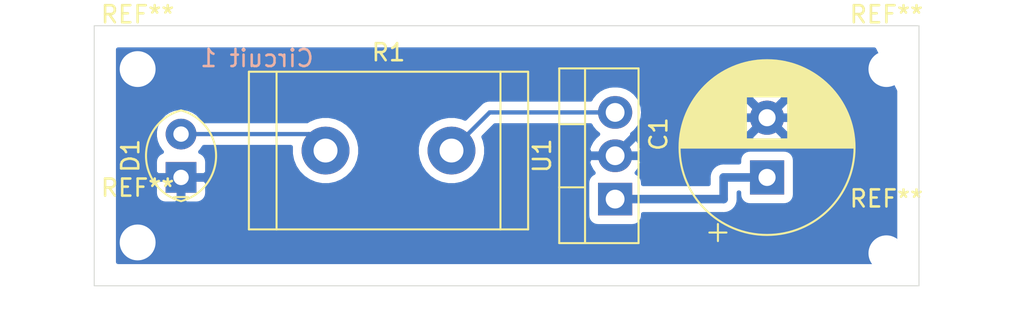
<source format=kicad_pcb>
(kicad_pcb (version 20171130) (host pcbnew "(5.1.5)-3")

  (general
    (thickness 1.6)
    (drawings 5)
    (tracks 15)
    (zones 0)
    (modules 8)
    (nets 5)
  )

  (page A4)
  (layers
    (0 F.Cu signal)
    (31 B.Cu signal)
    (32 B.Adhes user)
    (33 F.Adhes user)
    (34 B.Paste user)
    (35 F.Paste user)
    (36 B.SilkS user)
    (37 F.SilkS user)
    (38 B.Mask user)
    (39 F.Mask user)
    (40 Dwgs.User user)
    (41 Cmts.User user)
    (42 Eco1.User user)
    (43 Eco2.User user)
    (44 Edge.Cuts user)
    (45 Margin user)
    (46 B.CrtYd user)
    (47 F.CrtYd user)
    (48 B.Fab user)
    (49 F.Fab user)
  )

  (setup
    (last_trace_width 0.25)
    (trace_clearance 0.2)
    (zone_clearance 0.508)
    (zone_45_only no)
    (trace_min 0.2)
    (via_size 0.8)
    (via_drill 0.4)
    (via_min_size 0.4)
    (via_min_drill 0.3)
    (uvia_size 0.3)
    (uvia_drill 0.1)
    (uvias_allowed no)
    (uvia_min_size 0.2)
    (uvia_min_drill 0.1)
    (edge_width 0.05)
    (segment_width 0.2)
    (pcb_text_width 0.3)
    (pcb_text_size 1.5 1.5)
    (mod_edge_width 0.12)
    (mod_text_size 1 1)
    (mod_text_width 0.15)
    (pad_size 1.524 1.524)
    (pad_drill 0.762)
    (pad_to_mask_clearance 0.051)
    (solder_mask_min_width 0.25)
    (aux_axis_origin 0 0)
    (visible_elements FFFFFF7F)
    (pcbplotparams
      (layerselection 0x010fc_ffffffff)
      (usegerberextensions false)
      (usegerberattributes false)
      (usegerberadvancedattributes false)
      (creategerberjobfile false)
      (excludeedgelayer true)
      (linewidth 0.100000)
      (plotframeref false)
      (viasonmask false)
      (mode 1)
      (useauxorigin false)
      (hpglpennumber 1)
      (hpglpenspeed 20)
      (hpglpendiameter 15.000000)
      (psnegative false)
      (psa4output false)
      (plotreference true)
      (plotvalue true)
      (plotinvisibletext false)
      (padsonsilk false)
      (subtractmaskfromsilk false)
      (outputformat 1)
      (mirror false)
      (drillshape 1)
      (scaleselection 1)
      (outputdirectory ""))
  )

  (net 0 "")
  (net 1 +24V)
  (net 2 GND)
  (net 3 "Net-(D1-Pad2)")
  (net 4 "Net-(R1-Pad2)")

  (net_class Default "This is the default net class."
    (clearance 0.2)
    (trace_width 0.25)
    (via_dia 0.8)
    (via_drill 0.4)
    (uvia_dia 0.3)
    (uvia_drill 0.1)
    (add_net "Net-(D1-Pad2)")
    (add_net "Net-(R1-Pad2)")
  )

  (net_class PWR ""
    (clearance 0.3)
    (trace_width 0.5)
    (via_dia 0.8)
    (via_drill 0.4)
    (uvia_dia 0.3)
    (uvia_drill 0.1)
    (add_net +24V)
    (add_net GND)
  )

  (net_class home ""
    (clearance 0.4)
    (trace_width 0.3)
    (via_dia 0.8)
    (via_drill 0.4)
    (uvia_dia 0.3)
    (uvia_drill 0.1)
  )

  (module Capacitor_THT:CP_Radial_D10.0mm_P3.50mm (layer F.Cu) (tedit 5DED6F83) (tstamp 5DED5E59)
    (at 168.91 68.58 90)
    (descr "CP, Radial series, Radial, pin pitch=3.50mm, , diameter=10mm, Electrolytic Capacitor")
    (tags "CP Radial series Radial pin pitch 3.50mm  diameter 10mm Electrolytic Capacitor")
    (path /5DED6D79)
    (fp_text reference C1 (at 2.54 -6.35 90) (layer F.SilkS)
      (effects (font (size 1 1) (thickness 0.15)))
    )
    (fp_text value 400 (at 1.75 6.25 90) (layer F.Fab)
      (effects (font (size 1 1) (thickness 0.15)))
    )
    (fp_circle (center 1.75 0) (end 6.75 0) (layer F.Fab) (width 0.1))
    (fp_circle (center 1.75 0) (end 6.87 0) (layer F.SilkS) (width 0.12))
    (fp_circle (center 1.75 0) (end 7 0) (layer F.CrtYd) (width 0.05))
    (fp_line (start -2.538861 -2.1875) (end -1.538861 -2.1875) (layer F.Fab) (width 0.1))
    (fp_line (start -2.038861 -2.6875) (end -2.038861 -1.6875) (layer F.Fab) (width 0.1))
    (fp_line (start 1.75 -5.08) (end 1.75 5.08) (layer F.SilkS) (width 0.12))
    (fp_line (start 1.79 -5.08) (end 1.79 5.08) (layer F.SilkS) (width 0.12))
    (fp_line (start 1.83 -5.08) (end 1.83 5.08) (layer F.SilkS) (width 0.12))
    (fp_line (start 1.87 -5.079) (end 1.87 5.079) (layer F.SilkS) (width 0.12))
    (fp_line (start 1.91 -5.078) (end 1.91 5.078) (layer F.SilkS) (width 0.12))
    (fp_line (start 1.95 -5.077) (end 1.95 5.077) (layer F.SilkS) (width 0.12))
    (fp_line (start 1.99 -5.075) (end 1.99 5.075) (layer F.SilkS) (width 0.12))
    (fp_line (start 2.03 -5.073) (end 2.03 5.073) (layer F.SilkS) (width 0.12))
    (fp_line (start 2.07 -5.07) (end 2.07 5.07) (layer F.SilkS) (width 0.12))
    (fp_line (start 2.11 -5.068) (end 2.11 5.068) (layer F.SilkS) (width 0.12))
    (fp_line (start 2.15 -5.065) (end 2.15 5.065) (layer F.SilkS) (width 0.12))
    (fp_line (start 2.19 -5.062) (end 2.19 5.062) (layer F.SilkS) (width 0.12))
    (fp_line (start 2.23 -5.058) (end 2.23 5.058) (layer F.SilkS) (width 0.12))
    (fp_line (start 2.27 -5.054) (end 2.27 -1.241) (layer F.SilkS) (width 0.12))
    (fp_line (start 2.27 1.241) (end 2.27 5.054) (layer F.SilkS) (width 0.12))
    (fp_line (start 2.31 -5.05) (end 2.31 -1.241) (layer F.SilkS) (width 0.12))
    (fp_line (start 2.31 1.241) (end 2.31 5.05) (layer F.SilkS) (width 0.12))
    (fp_line (start 2.35 -5.045) (end 2.35 -1.241) (layer F.SilkS) (width 0.12))
    (fp_line (start 2.35 1.241) (end 2.35 5.045) (layer F.SilkS) (width 0.12))
    (fp_line (start 2.39 -5.04) (end 2.39 -1.241) (layer F.SilkS) (width 0.12))
    (fp_line (start 2.39 1.241) (end 2.39 5.04) (layer F.SilkS) (width 0.12))
    (fp_line (start 2.43 -5.035) (end 2.43 -1.241) (layer F.SilkS) (width 0.12))
    (fp_line (start 2.43 1.241) (end 2.43 5.035) (layer F.SilkS) (width 0.12))
    (fp_line (start 2.471 -5.03) (end 2.471 -1.241) (layer F.SilkS) (width 0.12))
    (fp_line (start 2.471 1.241) (end 2.471 5.03) (layer F.SilkS) (width 0.12))
    (fp_line (start 2.511 -5.024) (end 2.511 -1.241) (layer F.SilkS) (width 0.12))
    (fp_line (start 2.511 1.241) (end 2.511 5.024) (layer F.SilkS) (width 0.12))
    (fp_line (start 2.551 -5.018) (end 2.551 -1.241) (layer F.SilkS) (width 0.12))
    (fp_line (start 2.551 1.241) (end 2.551 5.018) (layer F.SilkS) (width 0.12))
    (fp_line (start 2.591 -5.011) (end 2.591 -1.241) (layer F.SilkS) (width 0.12))
    (fp_line (start 2.591 1.241) (end 2.591 5.011) (layer F.SilkS) (width 0.12))
    (fp_line (start 2.631 -5.004) (end 2.631 -1.241) (layer F.SilkS) (width 0.12))
    (fp_line (start 2.631 1.241) (end 2.631 5.004) (layer F.SilkS) (width 0.12))
    (fp_line (start 2.671 -4.997) (end 2.671 -1.241) (layer F.SilkS) (width 0.12))
    (fp_line (start 2.671 1.241) (end 2.671 4.997) (layer F.SilkS) (width 0.12))
    (fp_line (start 2.711 -4.99) (end 2.711 -1.241) (layer F.SilkS) (width 0.12))
    (fp_line (start 2.711 1.241) (end 2.711 4.99) (layer F.SilkS) (width 0.12))
    (fp_line (start 2.751 -4.982) (end 2.751 -1.241) (layer F.SilkS) (width 0.12))
    (fp_line (start 2.751 1.241) (end 2.751 4.982) (layer F.SilkS) (width 0.12))
    (fp_line (start 2.791 -4.974) (end 2.791 -1.241) (layer F.SilkS) (width 0.12))
    (fp_line (start 2.791 1.241) (end 2.791 4.974) (layer F.SilkS) (width 0.12))
    (fp_line (start 2.831 -4.965) (end 2.831 -1.241) (layer F.SilkS) (width 0.12))
    (fp_line (start 2.831 1.241) (end 2.831 4.965) (layer F.SilkS) (width 0.12))
    (fp_line (start 2.871 -4.956) (end 2.871 -1.241) (layer F.SilkS) (width 0.12))
    (fp_line (start 2.871 1.241) (end 2.871 4.956) (layer F.SilkS) (width 0.12))
    (fp_line (start 2.911 -4.947) (end 2.911 -1.241) (layer F.SilkS) (width 0.12))
    (fp_line (start 2.911 1.241) (end 2.911 4.947) (layer F.SilkS) (width 0.12))
    (fp_line (start 2.951 -4.938) (end 2.951 -1.241) (layer F.SilkS) (width 0.12))
    (fp_line (start 2.951 1.241) (end 2.951 4.938) (layer F.SilkS) (width 0.12))
    (fp_line (start 2.991 -4.928) (end 2.991 -1.241) (layer F.SilkS) (width 0.12))
    (fp_line (start 2.991 1.241) (end 2.991 4.928) (layer F.SilkS) (width 0.12))
    (fp_line (start 3.031 -4.918) (end 3.031 -1.241) (layer F.SilkS) (width 0.12))
    (fp_line (start 3.031 1.241) (end 3.031 4.918) (layer F.SilkS) (width 0.12))
    (fp_line (start 3.071 -4.907) (end 3.071 -1.241) (layer F.SilkS) (width 0.12))
    (fp_line (start 3.071 1.241) (end 3.071 4.907) (layer F.SilkS) (width 0.12))
    (fp_line (start 3.111 -4.897) (end 3.111 -1.241) (layer F.SilkS) (width 0.12))
    (fp_line (start 3.111 1.241) (end 3.111 4.897) (layer F.SilkS) (width 0.12))
    (fp_line (start 3.151 -4.885) (end 3.151 -1.241) (layer F.SilkS) (width 0.12))
    (fp_line (start 3.151 1.241) (end 3.151 4.885) (layer F.SilkS) (width 0.12))
    (fp_line (start 3.191 -4.874) (end 3.191 -1.241) (layer F.SilkS) (width 0.12))
    (fp_line (start 3.191 1.241) (end 3.191 4.874) (layer F.SilkS) (width 0.12))
    (fp_line (start 3.231 -4.862) (end 3.231 -1.241) (layer F.SilkS) (width 0.12))
    (fp_line (start 3.231 1.241) (end 3.231 4.862) (layer F.SilkS) (width 0.12))
    (fp_line (start 3.271 -4.85) (end 3.271 -1.241) (layer F.SilkS) (width 0.12))
    (fp_line (start 3.271 1.241) (end 3.271 4.85) (layer F.SilkS) (width 0.12))
    (fp_line (start 3.311 -4.837) (end 3.311 -1.241) (layer F.SilkS) (width 0.12))
    (fp_line (start 3.311 1.241) (end 3.311 4.837) (layer F.SilkS) (width 0.12))
    (fp_line (start 3.351 -4.824) (end 3.351 -1.241) (layer F.SilkS) (width 0.12))
    (fp_line (start 3.351 1.241) (end 3.351 4.824) (layer F.SilkS) (width 0.12))
    (fp_line (start 3.391 -4.811) (end 3.391 -1.241) (layer F.SilkS) (width 0.12))
    (fp_line (start 3.391 1.241) (end 3.391 4.811) (layer F.SilkS) (width 0.12))
    (fp_line (start 3.431 -4.797) (end 3.431 -1.241) (layer F.SilkS) (width 0.12))
    (fp_line (start 3.431 1.241) (end 3.431 4.797) (layer F.SilkS) (width 0.12))
    (fp_line (start 3.471 -4.783) (end 3.471 -1.241) (layer F.SilkS) (width 0.12))
    (fp_line (start 3.471 1.241) (end 3.471 4.783) (layer F.SilkS) (width 0.12))
    (fp_line (start 3.511 -4.768) (end 3.511 -1.241) (layer F.SilkS) (width 0.12))
    (fp_line (start 3.511 1.241) (end 3.511 4.768) (layer F.SilkS) (width 0.12))
    (fp_line (start 3.551 -4.754) (end 3.551 -1.241) (layer F.SilkS) (width 0.12))
    (fp_line (start 3.551 1.241) (end 3.551 4.754) (layer F.SilkS) (width 0.12))
    (fp_line (start 3.591 -4.738) (end 3.591 -1.241) (layer F.SilkS) (width 0.12))
    (fp_line (start 3.591 1.241) (end 3.591 4.738) (layer F.SilkS) (width 0.12))
    (fp_line (start 3.631 -4.723) (end 3.631 -1.241) (layer F.SilkS) (width 0.12))
    (fp_line (start 3.631 1.241) (end 3.631 4.723) (layer F.SilkS) (width 0.12))
    (fp_line (start 3.671 -4.707) (end 3.671 -1.241) (layer F.SilkS) (width 0.12))
    (fp_line (start 3.671 1.241) (end 3.671 4.707) (layer F.SilkS) (width 0.12))
    (fp_line (start 3.711 -4.69) (end 3.711 -1.241) (layer F.SilkS) (width 0.12))
    (fp_line (start 3.711 1.241) (end 3.711 4.69) (layer F.SilkS) (width 0.12))
    (fp_line (start 3.751 -4.674) (end 3.751 -1.241) (layer F.SilkS) (width 0.12))
    (fp_line (start 3.751 1.241) (end 3.751 4.674) (layer F.SilkS) (width 0.12))
    (fp_line (start 3.791 -4.657) (end 3.791 -1.241) (layer F.SilkS) (width 0.12))
    (fp_line (start 3.791 1.241) (end 3.791 4.657) (layer F.SilkS) (width 0.12))
    (fp_line (start 3.831 -4.639) (end 3.831 -1.241) (layer F.SilkS) (width 0.12))
    (fp_line (start 3.831 1.241) (end 3.831 4.639) (layer F.SilkS) (width 0.12))
    (fp_line (start 3.871 -4.621) (end 3.871 -1.241) (layer F.SilkS) (width 0.12))
    (fp_line (start 3.871 1.241) (end 3.871 4.621) (layer F.SilkS) (width 0.12))
    (fp_line (start 3.911 -4.603) (end 3.911 -1.241) (layer F.SilkS) (width 0.12))
    (fp_line (start 3.911 1.241) (end 3.911 4.603) (layer F.SilkS) (width 0.12))
    (fp_line (start 3.951 -4.584) (end 3.951 -1.241) (layer F.SilkS) (width 0.12))
    (fp_line (start 3.951 1.241) (end 3.951 4.584) (layer F.SilkS) (width 0.12))
    (fp_line (start 3.991 -4.564) (end 3.991 -1.241) (layer F.SilkS) (width 0.12))
    (fp_line (start 3.991 1.241) (end 3.991 4.564) (layer F.SilkS) (width 0.12))
    (fp_line (start 4.031 -4.545) (end 4.031 -1.241) (layer F.SilkS) (width 0.12))
    (fp_line (start 4.031 1.241) (end 4.031 4.545) (layer F.SilkS) (width 0.12))
    (fp_line (start 4.071 -4.525) (end 4.071 -1.241) (layer F.SilkS) (width 0.12))
    (fp_line (start 4.071 1.241) (end 4.071 4.525) (layer F.SilkS) (width 0.12))
    (fp_line (start 4.111 -4.504) (end 4.111 -1.241) (layer F.SilkS) (width 0.12))
    (fp_line (start 4.111 1.241) (end 4.111 4.504) (layer F.SilkS) (width 0.12))
    (fp_line (start 4.151 -4.483) (end 4.151 -1.241) (layer F.SilkS) (width 0.12))
    (fp_line (start 4.151 1.241) (end 4.151 4.483) (layer F.SilkS) (width 0.12))
    (fp_line (start 4.191 -4.462) (end 4.191 -1.241) (layer F.SilkS) (width 0.12))
    (fp_line (start 4.191 1.241) (end 4.191 4.462) (layer F.SilkS) (width 0.12))
    (fp_line (start 4.231 -4.44) (end 4.231 -1.241) (layer F.SilkS) (width 0.12))
    (fp_line (start 4.231 1.241) (end 4.231 4.44) (layer F.SilkS) (width 0.12))
    (fp_line (start 4.271 -4.417) (end 4.271 -1.241) (layer F.SilkS) (width 0.12))
    (fp_line (start 4.271 1.241) (end 4.271 4.417) (layer F.SilkS) (width 0.12))
    (fp_line (start 4.311 -4.395) (end 4.311 -1.241) (layer F.SilkS) (width 0.12))
    (fp_line (start 4.311 1.241) (end 4.311 4.395) (layer F.SilkS) (width 0.12))
    (fp_line (start 4.351 -4.371) (end 4.351 -1.241) (layer F.SilkS) (width 0.12))
    (fp_line (start 4.351 1.241) (end 4.351 4.371) (layer F.SilkS) (width 0.12))
    (fp_line (start 4.391 -4.347) (end 4.391 -1.241) (layer F.SilkS) (width 0.12))
    (fp_line (start 4.391 1.241) (end 4.391 4.347) (layer F.SilkS) (width 0.12))
    (fp_line (start 4.431 -4.323) (end 4.431 -1.241) (layer F.SilkS) (width 0.12))
    (fp_line (start 4.431 1.241) (end 4.431 4.323) (layer F.SilkS) (width 0.12))
    (fp_line (start 4.471 -4.298) (end 4.471 -1.241) (layer F.SilkS) (width 0.12))
    (fp_line (start 4.471 1.241) (end 4.471 4.298) (layer F.SilkS) (width 0.12))
    (fp_line (start 4.511 -4.273) (end 4.511 -1.241) (layer F.SilkS) (width 0.12))
    (fp_line (start 4.511 1.241) (end 4.511 4.273) (layer F.SilkS) (width 0.12))
    (fp_line (start 4.551 -4.247) (end 4.551 -1.241) (layer F.SilkS) (width 0.12))
    (fp_line (start 4.551 1.241) (end 4.551 4.247) (layer F.SilkS) (width 0.12))
    (fp_line (start 4.591 -4.221) (end 4.591 -1.241) (layer F.SilkS) (width 0.12))
    (fp_line (start 4.591 1.241) (end 4.591 4.221) (layer F.SilkS) (width 0.12))
    (fp_line (start 4.631 -4.194) (end 4.631 -1.241) (layer F.SilkS) (width 0.12))
    (fp_line (start 4.631 1.241) (end 4.631 4.194) (layer F.SilkS) (width 0.12))
    (fp_line (start 4.671 -4.166) (end 4.671 -1.241) (layer F.SilkS) (width 0.12))
    (fp_line (start 4.671 1.241) (end 4.671 4.166) (layer F.SilkS) (width 0.12))
    (fp_line (start 4.711 -4.138) (end 4.711 -1.241) (layer F.SilkS) (width 0.12))
    (fp_line (start 4.711 1.241) (end 4.711 4.138) (layer F.SilkS) (width 0.12))
    (fp_line (start 4.751 -4.11) (end 4.751 4.11) (layer F.SilkS) (width 0.12))
    (fp_line (start 4.791 -4.08) (end 4.791 4.08) (layer F.SilkS) (width 0.12))
    (fp_line (start 4.831 -4.05) (end 4.831 4.05) (layer F.SilkS) (width 0.12))
    (fp_line (start 4.871 -4.02) (end 4.871 4.02) (layer F.SilkS) (width 0.12))
    (fp_line (start 4.911 -3.989) (end 4.911 3.989) (layer F.SilkS) (width 0.12))
    (fp_line (start 4.951 -3.957) (end 4.951 3.957) (layer F.SilkS) (width 0.12))
    (fp_line (start 4.991 -3.925) (end 4.991 3.925) (layer F.SilkS) (width 0.12))
    (fp_line (start 5.031 -3.892) (end 5.031 3.892) (layer F.SilkS) (width 0.12))
    (fp_line (start 5.071 -3.858) (end 5.071 3.858) (layer F.SilkS) (width 0.12))
    (fp_line (start 5.111 -3.824) (end 5.111 3.824) (layer F.SilkS) (width 0.12))
    (fp_line (start 5.151 -3.789) (end 5.151 3.789) (layer F.SilkS) (width 0.12))
    (fp_line (start 5.191 -3.753) (end 5.191 3.753) (layer F.SilkS) (width 0.12))
    (fp_line (start 5.231 -3.716) (end 5.231 3.716) (layer F.SilkS) (width 0.12))
    (fp_line (start 5.271 -3.679) (end 5.271 3.679) (layer F.SilkS) (width 0.12))
    (fp_line (start 5.311 -3.64) (end 5.311 3.64) (layer F.SilkS) (width 0.12))
    (fp_line (start 5.351 -3.601) (end 5.351 3.601) (layer F.SilkS) (width 0.12))
    (fp_line (start 5.391 -3.561) (end 5.391 3.561) (layer F.SilkS) (width 0.12))
    (fp_line (start 5.431 -3.52) (end 5.431 3.52) (layer F.SilkS) (width 0.12))
    (fp_line (start 5.471 -3.478) (end 5.471 3.478) (layer F.SilkS) (width 0.12))
    (fp_line (start 5.511 -3.436) (end 5.511 3.436) (layer F.SilkS) (width 0.12))
    (fp_line (start 5.551 -3.392) (end 5.551 3.392) (layer F.SilkS) (width 0.12))
    (fp_line (start 5.591 -3.347) (end 5.591 3.347) (layer F.SilkS) (width 0.12))
    (fp_line (start 5.631 -3.301) (end 5.631 3.301) (layer F.SilkS) (width 0.12))
    (fp_line (start 5.671 -3.254) (end 5.671 3.254) (layer F.SilkS) (width 0.12))
    (fp_line (start 5.711 -3.206) (end 5.711 3.206) (layer F.SilkS) (width 0.12))
    (fp_line (start 5.751 -3.156) (end 5.751 3.156) (layer F.SilkS) (width 0.12))
    (fp_line (start 5.791 -3.106) (end 5.791 3.106) (layer F.SilkS) (width 0.12))
    (fp_line (start 5.831 -3.054) (end 5.831 3.054) (layer F.SilkS) (width 0.12))
    (fp_line (start 5.871 -3) (end 5.871 3) (layer F.SilkS) (width 0.12))
    (fp_line (start 5.911 -2.945) (end 5.911 2.945) (layer F.SilkS) (width 0.12))
    (fp_line (start 5.951 -2.889) (end 5.951 2.889) (layer F.SilkS) (width 0.12))
    (fp_line (start 5.991 -2.83) (end 5.991 2.83) (layer F.SilkS) (width 0.12))
    (fp_line (start 6.031 -2.77) (end 6.031 2.77) (layer F.SilkS) (width 0.12))
    (fp_line (start 6.071 -2.709) (end 6.071 2.709) (layer F.SilkS) (width 0.12))
    (fp_line (start 6.111 -2.645) (end 6.111 2.645) (layer F.SilkS) (width 0.12))
    (fp_line (start 6.151 -2.579) (end 6.151 2.579) (layer F.SilkS) (width 0.12))
    (fp_line (start 6.191 -2.51) (end 6.191 2.51) (layer F.SilkS) (width 0.12))
    (fp_line (start 6.231 -2.439) (end 6.231 2.439) (layer F.SilkS) (width 0.12))
    (fp_line (start 6.271 -2.365) (end 6.271 2.365) (layer F.SilkS) (width 0.12))
    (fp_line (start 6.311 -2.289) (end 6.311 2.289) (layer F.SilkS) (width 0.12))
    (fp_line (start 6.351 -2.209) (end 6.351 2.209) (layer F.SilkS) (width 0.12))
    (fp_line (start 6.391 -2.125) (end 6.391 2.125) (layer F.SilkS) (width 0.12))
    (fp_line (start 6.431 -2.037) (end 6.431 2.037) (layer F.SilkS) (width 0.12))
    (fp_line (start 6.471 -1.944) (end 6.471 1.944) (layer F.SilkS) (width 0.12))
    (fp_line (start 6.511 -1.846) (end 6.511 1.846) (layer F.SilkS) (width 0.12))
    (fp_line (start 6.551 -1.742) (end 6.551 1.742) (layer F.SilkS) (width 0.12))
    (fp_line (start 6.591 -1.63) (end 6.591 1.63) (layer F.SilkS) (width 0.12))
    (fp_line (start 6.631 -1.51) (end 6.631 1.51) (layer F.SilkS) (width 0.12))
    (fp_line (start 6.671 -1.378) (end 6.671 1.378) (layer F.SilkS) (width 0.12))
    (fp_line (start 6.711 -1.23) (end 6.711 1.23) (layer F.SilkS) (width 0.12))
    (fp_line (start 6.751 -1.062) (end 6.751 1.062) (layer F.SilkS) (width 0.12))
    (fp_line (start 6.791 -0.862) (end 6.791 0.862) (layer F.SilkS) (width 0.12))
    (fp_line (start 6.831 -0.599) (end 6.831 0.599) (layer F.SilkS) (width 0.12))
    (fp_line (start -3.729646 -2.875) (end -2.729646 -2.875) (layer F.SilkS) (width 0.12))
    (fp_line (start -3.229646 -3.375) (end -3.229646 -2.375) (layer F.SilkS) (width 0.12))
    (fp_text user %R (at 1.75 0 90) (layer F.Fab)
      (effects (font (size 1 1) (thickness 0.15)))
    )
    (pad 1 thru_hole rect (at 0 0 90) (size 2 2) (drill 1) (layers *.Cu *.Mask)
      (net 1 +24V))
    (pad 2 thru_hole circle (at 3.5 0 90) (size 2 2) (drill 1) (layers *.Cu *.Mask)
      (net 2 GND))
    (model ${KISYS3DMOD}/Capacitor_THT.3dshapes/CP_Radial_D10.0mm_P3.50mm.wrl
      (at (xyz 0 0 0))
      (scale (xyz 1 1 1))
      (rotate (xyz 0 0 0))
    )
  )

  (module LED_THT:LED_Oval_W5.2mm_H3.8mm (layer F.Cu) (tedit 587A3A7B) (tstamp 5DED5E68)
    (at 134.62 68.58 90)
    (descr "LED_Oval, Oval,  Oval size 5.2x3.8mm^2, 2 pins, http://www.kingbright.com/attachments/file/psearch/000/00/00/L-5603QBC-D(Ver.12B).pdf")
    (tags "LED_Oval Oval  Oval size 5.2x3.8mm^2 2 pins")
    (path /5DED5AB8)
    (fp_text reference D1 (at 1.27 -2.96 90) (layer F.SilkS)
      (effects (font (size 1 1) (thickness 0.15)))
    )
    (fp_text value LED (at 1.27 2.96 90) (layer F.Fab)
      (effects (font (size 1 1) (thickness 0.15)))
    )
    (fp_arc (start 1.27 0.7) (end -1.33 0) (angle 149.9) (layer F.Fab) (width 0.1))
    (fp_arc (start 1.27 -0.7) (end -1.33 0) (angle -149.9) (layer F.Fab) (width 0.1))
    (fp_arc (start 1.27 0.7) (end -1.39 0) (angle 150.5) (layer F.SilkS) (width 0.12))
    (fp_arc (start 1.27 -0.7) (end -1.39 0) (angle -150.5) (layer F.SilkS) (width 0.12))
    (fp_line (start -1.15 -0.405) (end -1.15 0.405) (layer F.SilkS) (width 0.12))
    (fp_line (start -1.65 -2.25) (end -1.65 2.25) (layer F.CrtYd) (width 0.05))
    (fp_line (start -1.65 2.25) (end 4.2 2.25) (layer F.CrtYd) (width 0.05))
    (fp_line (start 4.2 2.25) (end 4.2 -2.25) (layer F.CrtYd) (width 0.05))
    (fp_line (start 4.2 -2.25) (end -1.65 -2.25) (layer F.CrtYd) (width 0.05))
    (pad 1 thru_hole rect (at 0 0 90) (size 1.8 1.8) (drill 0.9) (layers *.Cu *.Mask)
      (net 2 GND))
    (pad 2 thru_hole circle (at 2.54 0 90) (size 1.8 1.8) (drill 0.9) (layers *.Cu *.Mask)
      (net 3 "Net-(D1-Pad2)"))
    (model ${KISYS3DMOD}/LED_THT.3dshapes/LED_Oval_W5.2mm_H3.8mm.wrl
      (at (xyz 0 0 0))
      (scale (xyz 1 1 1))
      (rotate (xyz 0 0 0))
    )
  )

  (module Resistor_THT:R_Radial_Power_L16.1mm_W9.0mm_P7.37mm (layer F.Cu) (tedit 5AE5139B) (tstamp 5DED5E7F)
    (at 143.075001 67.005001)
    (descr "Resistor, Radial_Power series, Radial, pin pitch=7.37mm, 10W, length*width=16.1*9mm^2, http://www.vishay.com/docs/30218/cpcx.pdf")
    (tags "Resistor Radial_Power series Radial pin pitch 7.37mm 10W length 16.1mm width 9mm")
    (path /5DED6084)
    (fp_text reference R1 (at 3.685 -5.75) (layer F.SilkS)
      (effects (font (size 1 1) (thickness 0.15)))
    )
    (fp_text value 1000 (at 3.685 5.75) (layer F.Fab)
      (effects (font (size 1 1) (thickness 0.15)))
    )
    (fp_line (start -4.365 -4.5) (end -4.365 4.5) (layer F.Fab) (width 0.1))
    (fp_line (start -4.365 4.5) (end 11.735 4.5) (layer F.Fab) (width 0.1))
    (fp_line (start 11.735 4.5) (end 11.735 -4.5) (layer F.Fab) (width 0.1))
    (fp_line (start 11.735 -4.5) (end -4.365 -4.5) (layer F.Fab) (width 0.1))
    (fp_line (start -2.865 -4.5) (end -2.865 4.5) (layer F.Fab) (width 0.1))
    (fp_line (start 10.235 -4.5) (end 10.235 4.5) (layer F.Fab) (width 0.1))
    (fp_line (start -4.485 -4.62) (end 11.855 -4.62) (layer F.SilkS) (width 0.12))
    (fp_line (start -4.485 4.62) (end 11.855 4.62) (layer F.SilkS) (width 0.12))
    (fp_line (start -4.485 -4.62) (end -4.485 4.62) (layer F.SilkS) (width 0.12))
    (fp_line (start 11.855 -4.62) (end 11.855 4.62) (layer F.SilkS) (width 0.12))
    (fp_line (start -2.866 -4.62) (end -2.866 4.62) (layer F.SilkS) (width 0.12))
    (fp_line (start 10.236 -4.62) (end 10.236 4.62) (layer F.SilkS) (width 0.12))
    (fp_line (start -4.62 -4.75) (end -4.62 4.75) (layer F.CrtYd) (width 0.05))
    (fp_line (start -4.62 4.75) (end 11.99 4.75) (layer F.CrtYd) (width 0.05))
    (fp_line (start 11.99 4.75) (end 11.99 -4.75) (layer F.CrtYd) (width 0.05))
    (fp_line (start 11.99 -4.75) (end -4.62 -4.75) (layer F.CrtYd) (width 0.05))
    (fp_text user %R (at 3.685 0) (layer F.Fab)
      (effects (font (size 1 1) (thickness 0.15)))
    )
    (pad 1 thru_hole circle (at 0 0) (size 2.8 2.8) (drill 1.4) (layers *.Cu *.Mask)
      (net 3 "Net-(D1-Pad2)"))
    (pad 2 thru_hole circle (at 7.37 0) (size 2.8 2.8) (drill 1.4) (layers *.Cu *.Mask)
      (net 4 "Net-(R1-Pad2)"))
    (model ${KISYS3DMOD}/Resistor_THT.3dshapes/R_Radial_Power_L16.1mm_W9.0mm_P7.37mm.wrl
      (at (xyz 0 0 0))
      (scale (xyz 1 1 1))
      (rotate (xyz 0 0 0))
    )
  )

  (module Package_TO_SOT_THT:TO-220-3_Vertical (layer F.Cu) (tedit 5DED6FAB) (tstamp 5DED5E99)
    (at 160.02 69.85 90)
    (descr "TO-220-3, Vertical, RM 2.54mm, see https://www.vishay.com/docs/66542/to-220-1.pdf")
    (tags "TO-220-3 Vertical RM 2.54mm")
    (path /5DED65C6)
    (fp_text reference U1 (at 2.54 -4.27 90) (layer F.SilkS)
      (effects (font (size 1 1) (thickness 0.15)))
    )
    (fp_text value L7805 (at -2.54 0 180) (layer F.Fab)
      (effects (font (size 1 1) (thickness 0.15)))
    )
    (fp_line (start -2.46 -3.15) (end -2.46 1.25) (layer F.Fab) (width 0.1))
    (fp_line (start -2.46 1.25) (end 7.54 1.25) (layer F.Fab) (width 0.1))
    (fp_line (start 7.54 1.25) (end 7.54 -3.15) (layer F.Fab) (width 0.1))
    (fp_line (start 7.54 -3.15) (end -2.46 -3.15) (layer F.Fab) (width 0.1))
    (fp_line (start -2.46 -1.88) (end 7.54 -1.88) (layer F.Fab) (width 0.1))
    (fp_line (start 0.69 -3.15) (end 0.69 -1.88) (layer F.Fab) (width 0.1))
    (fp_line (start 4.39 -3.15) (end 4.39 -1.88) (layer F.Fab) (width 0.1))
    (fp_line (start -2.58 -3.27) (end 7.66 -3.27) (layer F.SilkS) (width 0.12))
    (fp_line (start -2.58 1.371) (end 7.66 1.371) (layer F.SilkS) (width 0.12))
    (fp_line (start -2.58 -3.27) (end -2.58 1.371) (layer F.SilkS) (width 0.12))
    (fp_line (start 7.66 -3.27) (end 7.66 1.371) (layer F.SilkS) (width 0.12))
    (fp_line (start -2.58 -1.76) (end 7.66 -1.76) (layer F.SilkS) (width 0.12))
    (fp_line (start 0.69 -3.27) (end 0.69 -1.76) (layer F.SilkS) (width 0.12))
    (fp_line (start 4.391 -3.27) (end 4.391 -1.76) (layer F.SilkS) (width 0.12))
    (fp_line (start -2.71 -3.4) (end -2.71 1.51) (layer F.CrtYd) (width 0.05))
    (fp_line (start -2.71 1.51) (end 7.79 1.51) (layer F.CrtYd) (width 0.05))
    (fp_line (start 7.79 1.51) (end 7.79 -3.4) (layer F.CrtYd) (width 0.05))
    (fp_line (start 7.79 -3.4) (end -2.71 -3.4) (layer F.CrtYd) (width 0.05))
    (fp_text user %R (at 2.54 -4.27 90) (layer F.Fab)
      (effects (font (size 1 1) (thickness 0.15)))
    )
    (pad 1 thru_hole rect (at 0 0 90) (size 1.905 2) (drill 1.1) (layers *.Cu *.Mask)
      (net 1 +24V))
    (pad 2 thru_hole oval (at 2.54 0 90) (size 1.905 2) (drill 1.1) (layers *.Cu *.Mask)
      (net 2 GND))
    (pad 3 thru_hole oval (at 5.08 0 90) (size 1.905 2) (drill 1.1) (layers *.Cu *.Mask)
      (net 4 "Net-(R1-Pad2)"))
    (model ${KISYS3DMOD}/Package_TO_SOT_THT.3dshapes/TO-220-3_Vertical.wrl
      (at (xyz 0 0 0))
      (scale (xyz 1 1 1))
      (rotate (xyz 0 0 0))
    )
  )

  (module MountingHole:MountingHole_2.1mm (layer F.Cu) (tedit 5B924765) (tstamp 5DED7AB0)
    (at 132.08 62.23)
    (descr "Mounting Hole 2.1mm, no annular")
    (tags "mounting hole 2.1mm no annular")
    (attr virtual)
    (fp_text reference REF** (at 0 -3.2) (layer F.SilkS)
      (effects (font (size 1 1) (thickness 0.15)))
    )
    (fp_text value MountingHole_2.1mm (at 0 3.2) (layer F.Fab)
      (effects (font (size 1 1) (thickness 0.15)))
    )
    (fp_circle (center 0 0) (end 2.35 0) (layer F.CrtYd) (width 0.05))
    (fp_circle (center 0 0) (end 2.1 0) (layer Cmts.User) (width 0.15))
    (fp_text user %R (at 0.3 0) (layer F.Fab)
      (effects (font (size 1 1) (thickness 0.15)))
    )
    (pad "" np_thru_hole circle (at 0 0) (size 2.1 2.1) (drill 2.1) (layers *.Cu *.Mask))
  )

  (module MountingHole:MountingHole_2.1mm (layer F.Cu) (tedit 5B924765) (tstamp 5DED7DDB)
    (at 175.895 62.23)
    (descr "Mounting Hole 2.1mm, no annular")
    (tags "mounting hole 2.1mm no annular")
    (attr virtual)
    (fp_text reference REF** (at 0 -3.2) (layer F.SilkS)
      (effects (font (size 1 1) (thickness 0.15)))
    )
    (fp_text value MountingHole_2.1mm (at 0 3.2) (layer F.Fab)
      (effects (font (size 1 1) (thickness 0.15)))
    )
    (fp_circle (center 0 0) (end 2.35 0) (layer F.CrtYd) (width 0.05))
    (fp_circle (center 0 0) (end 2.1 0) (layer Cmts.User) (width 0.15))
    (fp_text user %R (at 0.3 0) (layer F.Fab)
      (effects (font (size 1 1) (thickness 0.15)))
    )
    (pad "" np_thru_hole circle (at 0 0) (size 2.1 2.1) (drill 2.1) (layers *.Cu *.Mask))
  )

  (module MountingHole:MountingHole_2.1mm (layer F.Cu) (tedit 5B924765) (tstamp 5DED80DE)
    (at 175.895 73.025)
    (descr "Mounting Hole 2.1mm, no annular")
    (tags "mounting hole 2.1mm no annular")
    (attr virtual)
    (fp_text reference REF** (at 0 -3.2) (layer F.SilkS)
      (effects (font (size 1 1) (thickness 0.15)))
    )
    (fp_text value MountingHole_2.1mm (at 0 3.2) (layer F.Fab)
      (effects (font (size 1 1) (thickness 0.15)))
    )
    (fp_circle (center 0 0) (end 2.35 0) (layer F.CrtYd) (width 0.05))
    (fp_circle (center 0 0) (end 2.1 0) (layer Cmts.User) (width 0.15))
    (fp_text user %R (at 0.3 0) (layer F.Fab)
      (effects (font (size 1 1) (thickness 0.15)))
    )
    (pad "" np_thru_hole circle (at 0 0) (size 2.1 2.1) (drill 2.1) (layers *.Cu *.Mask))
  )

  (module MountingHole:MountingHole_2.1mm (layer F.Cu) (tedit 5B924765) (tstamp 5DED8688)
    (at 132.08 72.39)
    (descr "Mounting Hole 2.1mm, no annular")
    (tags "mounting hole 2.1mm no annular")
    (attr virtual)
    (fp_text reference REF** (at 0 -3.2) (layer F.SilkS)
      (effects (font (size 1 1) (thickness 0.15)))
    )
    (fp_text value MountingHole_2.1mm (at 0 3.2) (layer F.Fab)
      (effects (font (size 1 1) (thickness 0.15)))
    )
    (fp_circle (center 0 0) (end 2.35 0) (layer F.CrtYd) (width 0.05))
    (fp_circle (center 0 0) (end 2.1 0) (layer Cmts.User) (width 0.15))
    (fp_text user %R (at 0.3 0) (layer F.Fab)
      (effects (font (size 1 1) (thickness 0.15)))
    )
    (pad "" np_thru_hole circle (at 0 0) (size 2.1 2.1) (drill 2.1) (layers *.Cu *.Mask))
  )

  (gr_text "Circuit 1" (at 139.065 61.595) (layer B.SilkS)
    (effects (font (size 1 1) (thickness 0.15)) (justify mirror))
  )
  (gr_line (start 129.54 74.93) (end 129.54 59.69) (layer Edge.Cuts) (width 0.05) (tstamp 5DED6B35))
  (gr_line (start 177.8 74.93) (end 129.54 74.93) (layer Edge.Cuts) (width 0.05))
  (gr_line (start 177.8 59.69) (end 177.8 74.93) (layer Edge.Cuts) (width 0.05))
  (gr_line (start 129.54 59.69) (end 177.8 59.69) (layer Edge.Cuts) (width 0.05))

  (segment (start 168.91 68.58) (end 166.37 68.58) (width 0.5) (layer B.Cu) (net 1) (status 400000))
  (segment (start 166.37 69.85) (end 160.02 69.85) (width 0.5) (layer B.Cu) (net 1) (tstamp 5DED6BD9) (status 800000))
  (segment (start 166.37 68.58) (end 166.37 69.85) (width 0.5) (layer B.Cu) (net 1) (tstamp 5DED6BD3))
  (segment (start 134.62 68.58) (end 134.62 71.12) (width 0.5) (layer B.Cu) (net 2) (status 400000))
  (segment (start 162.56 64.77) (end 160.02 67.31) (width 0.5) (layer B.Cu) (net 2) (tstamp 5DED6F0A) (status 800000))
  (segment (start 162.25 65.08) (end 162.56 64.77) (width 0.5) (layer B.Cu) (net 2) (tstamp 5DED6F04))
  (segment (start 173.68 65.08) (end 162.25 65.08) (width 0.5) (layer B.Cu) (net 2) (tstamp 5DED6F01))
  (segment (start 173.99 64.77) (end 173.68 65.08) (width 0.5) (layer B.Cu) (net 2) (tstamp 5DED6EFF))
  (segment (start 173.99 72.39) (end 173.99 64.77) (width 0.5) (layer B.Cu) (net 2) (tstamp 5DED6EF6))
  (segment (start 135.89 72.39) (end 173.99 72.39) (width 0.5) (layer B.Cu) (net 2) (tstamp 5DED6EE8))
  (segment (start 134.62 71.12) (end 135.89 72.39) (width 0.5) (layer B.Cu) (net 2) (tstamp 5DED6EE3))
  (segment (start 134.62 66.04) (end 142.11 66.04) (width 0.25) (layer B.Cu) (net 3) (status C00000))
  (segment (start 142.11 66.04) (end 143.075001 67.005001) (width 0.25) (layer B.Cu) (net 3) (tstamp 5DED6C03) (status C00000))
  (segment (start 160.02 64.77) (end 152.680002 64.77) (width 0.25) (layer B.Cu) (net 4) (status 400000))
  (segment (start 152.680002 64.77) (end 150.445001 67.005001) (width 0.25) (layer B.Cu) (net 4) (tstamp 5DED6C46) (status 800000))

  (zone (net 2) (net_name GND) (layer B.Cu) (tstamp 5DED741D) (hatch edge 0.508)
    (connect_pads thru_hole_only (clearance 0.508))
    (min_thickness 0.254)
    (fill yes (arc_segments 32) (thermal_gap 0.508) (thermal_bridge_width 0.508))
    (polygon
      (pts
        (xy 176.53 63.5) (xy 175.26 60.96) (xy 130.81 60.96) (xy 130.81 73.66) (xy 176.53 73.66)
      )
    )
    (filled_polygon
      (pts
        (xy 176.403 63.52998) (xy 176.403 73.533) (xy 130.937 73.533) (xy 130.937 69.48) (xy 133.081928 69.48)
        (xy 133.094188 69.604482) (xy 133.130498 69.72418) (xy 133.189463 69.834494) (xy 133.268815 69.931185) (xy 133.365506 70.010537)
        (xy 133.47582 70.069502) (xy 133.595518 70.105812) (xy 133.72 70.118072) (xy 134.33425 70.115) (xy 134.493 69.95625)
        (xy 134.493 68.707) (xy 134.747 68.707) (xy 134.747 69.95625) (xy 134.90575 70.115) (xy 135.52 70.118072)
        (xy 135.644482 70.105812) (xy 135.76418 70.069502) (xy 135.874494 70.010537) (xy 135.971185 69.931185) (xy 136.050537 69.834494)
        (xy 136.109502 69.72418) (xy 136.145812 69.604482) (xy 136.158072 69.48) (xy 136.155 68.86575) (xy 135.99625 68.707)
        (xy 134.747 68.707) (xy 134.493 68.707) (xy 133.24375 68.707) (xy 133.085 68.86575) (xy 133.081928 69.48)
        (xy 130.937 69.48) (xy 130.937 67.68) (xy 133.081928 67.68) (xy 133.085 68.29425) (xy 133.24375 68.453)
        (xy 134.493 68.453) (xy 134.493 68.433) (xy 134.747 68.433) (xy 134.747 68.453) (xy 135.99625 68.453)
        (xy 136.155 68.29425) (xy 136.158072 67.68) (xy 136.145812 67.555518) (xy 136.109502 67.43582) (xy 136.050537 67.325506)
        (xy 135.971185 67.228815) (xy 135.874494 67.149463) (xy 135.76418 67.090498) (xy 135.745873 67.084944) (xy 135.812312 67.018505)
        (xy 135.958313 66.8) (xy 141.04091 66.8) (xy 141.040001 66.804571) (xy 141.040001 67.205431) (xy 141.118205 67.598588)
        (xy 141.271608 67.968935) (xy 141.494314 68.302238) (xy 141.777764 68.585688) (xy 142.111067 68.808394) (xy 142.481414 68.961797)
        (xy 142.874571 69.040001) (xy 143.275431 69.040001) (xy 143.668588 68.961797) (xy 144.038935 68.808394) (xy 144.372238 68.585688)
        (xy 144.655688 68.302238) (xy 144.878394 67.968935) (xy 145.031797 67.598588) (xy 145.110001 67.205431) (xy 145.110001 66.804571)
        (xy 148.410001 66.804571) (xy 148.410001 67.205431) (xy 148.488205 67.598588) (xy 148.641608 67.968935) (xy 148.864314 68.302238)
        (xy 149.147764 68.585688) (xy 149.481067 68.808394) (xy 149.851414 68.961797) (xy 150.244571 69.040001) (xy 150.645431 69.040001)
        (xy 151.038588 68.961797) (xy 151.193814 68.8975) (xy 158.381928 68.8975) (xy 158.381928 70.8025) (xy 158.394188 70.926982)
        (xy 158.430498 71.04668) (xy 158.489463 71.156994) (xy 158.568815 71.253685) (xy 158.665506 71.333037) (xy 158.77582 71.392002)
        (xy 158.895518 71.428312) (xy 159.02 71.440572) (xy 161.02 71.440572) (xy 161.144482 71.428312) (xy 161.26418 71.392002)
        (xy 161.374494 71.333037) (xy 161.471185 71.253685) (xy 161.550537 71.156994) (xy 161.609502 71.04668) (xy 161.645812 70.926982)
        (xy 161.658072 70.8025) (xy 161.658072 70.735) (xy 166.326524 70.735) (xy 166.37 70.739282) (xy 166.54349 70.722195)
        (xy 166.710313 70.671589) (xy 166.864059 70.589411) (xy 166.998817 70.478817) (xy 167.109411 70.344059) (xy 167.191589 70.190313)
        (xy 167.242195 70.02349) (xy 167.255 69.893477) (xy 167.259282 69.85) (xy 167.255 69.806523) (xy 167.255 69.465)
        (xy 167.271928 69.465) (xy 167.271928 69.58) (xy 167.284188 69.704482) (xy 167.320498 69.82418) (xy 167.379463 69.934494)
        (xy 167.458815 70.031185) (xy 167.555506 70.110537) (xy 167.66582 70.169502) (xy 167.785518 70.205812) (xy 167.91 70.218072)
        (xy 169.91 70.218072) (xy 170.034482 70.205812) (xy 170.15418 70.169502) (xy 170.264494 70.110537) (xy 170.361185 70.031185)
        (xy 170.440537 69.934494) (xy 170.499502 69.82418) (xy 170.535812 69.704482) (xy 170.548072 69.58) (xy 170.548072 67.58)
        (xy 170.535812 67.455518) (xy 170.499502 67.33582) (xy 170.440537 67.225506) (xy 170.361185 67.128815) (xy 170.264494 67.049463)
        (xy 170.15418 66.990498) (xy 170.034482 66.954188) (xy 169.91 66.941928) (xy 167.91 66.941928) (xy 167.785518 66.954188)
        (xy 167.66582 66.990498) (xy 167.555506 67.049463) (xy 167.458815 67.128815) (xy 167.379463 67.225506) (xy 167.320498 67.33582)
        (xy 167.284188 67.455518) (xy 167.271928 67.58) (xy 167.271928 67.695) (xy 166.413476 67.695) (xy 166.37 67.690718)
        (xy 166.326523 67.695) (xy 166.19651 67.707805) (xy 166.029687 67.758411) (xy 165.875941 67.840589) (xy 165.741183 67.951183)
        (xy 165.630589 68.085941) (xy 165.548411 68.239687) (xy 165.497805 68.40651) (xy 165.480718 68.58) (xy 165.485 68.623477)
        (xy 165.485 68.965) (xy 161.658072 68.965) (xy 161.658072 68.8975) (xy 161.645812 68.773018) (xy 161.609502 68.65332)
        (xy 161.550537 68.543006) (xy 161.471185 68.446315) (xy 161.374494 68.366963) (xy 161.282781 68.317941) (xy 161.395969 68.176923)
        (xy 161.539571 67.901094) (xy 161.610563 67.68298) (xy 161.490594 67.437) (xy 160.147 67.437) (xy 160.147 67.457)
        (xy 159.893 67.457) (xy 159.893 67.437) (xy 158.549406 67.437) (xy 158.429437 67.68298) (xy 158.500429 67.901094)
        (xy 158.644031 68.176923) (xy 158.757219 68.317941) (xy 158.665506 68.366963) (xy 158.568815 68.446315) (xy 158.489463 68.543006)
        (xy 158.430498 68.65332) (xy 158.394188 68.773018) (xy 158.381928 68.8975) (xy 151.193814 68.8975) (xy 151.408935 68.808394)
        (xy 151.742238 68.585688) (xy 152.025688 68.302238) (xy 152.248394 67.968935) (xy 152.401797 67.598588) (xy 152.480001 67.205431)
        (xy 152.480001 66.804571) (xy 152.401797 66.411414) (xy 152.317324 66.207479) (xy 152.994804 65.53) (xy 158.578681 65.53)
        (xy 158.646155 65.656235) (xy 158.844537 65.897963) (xy 159.023899 66.045163) (xy 158.838685 66.200563) (xy 158.644031 66.443077)
        (xy 158.500429 66.718906) (xy 158.429437 66.93702) (xy 158.549406 67.183) (xy 159.893 67.183) (xy 159.893 67.163)
        (xy 160.147 67.163) (xy 160.147 67.183) (xy 161.490594 67.183) (xy 161.610563 66.93702) (xy 161.539571 66.718906)
        (xy 161.395969 66.443077) (xy 161.213235 66.215413) (xy 167.954192 66.215413) (xy 168.049956 66.479814) (xy 168.339571 66.620704)
        (xy 168.651108 66.702384) (xy 168.972595 66.721718) (xy 169.291675 66.677961) (xy 169.596088 66.572795) (xy 169.770044 66.479814)
        (xy 169.865808 66.215413) (xy 168.91 65.259605) (xy 167.954192 66.215413) (xy 161.213235 66.215413) (xy 161.201315 66.200563)
        (xy 161.016101 66.045163) (xy 161.195463 65.897963) (xy 161.393845 65.656235) (xy 161.541255 65.380449) (xy 161.613407 65.142595)
        (xy 167.268282 65.142595) (xy 167.312039 65.461675) (xy 167.417205 65.766088) (xy 167.510186 65.940044) (xy 167.774587 66.035808)
        (xy 168.730395 65.08) (xy 169.089605 65.08) (xy 170.045413 66.035808) (xy 170.309814 65.940044) (xy 170.450704 65.650429)
        (xy 170.532384 65.338892) (xy 170.551718 65.017405) (xy 170.507961 64.698325) (xy 170.402795 64.393912) (xy 170.309814 64.219956)
        (xy 170.045413 64.124192) (xy 169.089605 65.08) (xy 168.730395 65.08) (xy 167.774587 64.124192) (xy 167.510186 64.219956)
        (xy 167.369296 64.509571) (xy 167.287616 64.821108) (xy 167.268282 65.142595) (xy 161.613407 65.142595) (xy 161.63203 65.081204)
        (xy 161.662681 64.77) (xy 161.63203 64.458796) (xy 161.541255 64.159551) (xy 161.426355 63.944587) (xy 167.954192 63.944587)
        (xy 168.91 64.900395) (xy 169.865808 63.944587) (xy 169.770044 63.680186) (xy 169.480429 63.539296) (xy 169.168892 63.457616)
        (xy 168.847405 63.438282) (xy 168.528325 63.482039) (xy 168.223912 63.587205) (xy 168.049956 63.680186) (xy 167.954192 63.944587)
        (xy 161.426355 63.944587) (xy 161.393845 63.883765) (xy 161.195463 63.642037) (xy 160.953735 63.443655) (xy 160.677949 63.296245)
        (xy 160.378704 63.20547) (xy 160.145486 63.1825) (xy 159.894514 63.1825) (xy 159.661296 63.20547) (xy 159.362051 63.296245)
        (xy 159.086265 63.443655) (xy 158.844537 63.642037) (xy 158.646155 63.883765) (xy 158.578681 64.01) (xy 152.717327 64.01)
        (xy 152.680002 64.006324) (xy 152.642677 64.01) (xy 152.642669 64.01) (xy 152.531016 64.020997) (xy 152.387755 64.064454)
        (xy 152.255726 64.135026) (xy 152.140001 64.229999) (xy 152.116203 64.258997) (xy 151.242523 65.132678) (xy 151.038588 65.048205)
        (xy 150.645431 64.970001) (xy 150.244571 64.970001) (xy 149.851414 65.048205) (xy 149.481067 65.201608) (xy 149.147764 65.424314)
        (xy 148.864314 65.707764) (xy 148.641608 66.041067) (xy 148.488205 66.411414) (xy 148.410001 66.804571) (xy 145.110001 66.804571)
        (xy 145.031797 66.411414) (xy 144.878394 66.041067) (xy 144.655688 65.707764) (xy 144.372238 65.424314) (xy 144.038935 65.201608)
        (xy 143.668588 65.048205) (xy 143.275431 64.970001) (xy 142.874571 64.970001) (xy 142.481414 65.048205) (xy 142.111067 65.201608)
        (xy 141.993745 65.28) (xy 135.958313 65.28) (xy 135.812312 65.061495) (xy 135.598505 64.847688) (xy 135.347095 64.679701)
        (xy 135.067743 64.563989) (xy 134.771184 64.505) (xy 134.468816 64.505) (xy 134.172257 64.563989) (xy 133.892905 64.679701)
        (xy 133.641495 64.847688) (xy 133.427688 65.061495) (xy 133.259701 65.312905) (xy 133.143989 65.592257) (xy 133.085 65.888816)
        (xy 133.085 66.191184) (xy 133.143989 66.487743) (xy 133.259701 66.767095) (xy 133.427688 67.018505) (xy 133.494127 67.084944)
        (xy 133.47582 67.090498) (xy 133.365506 67.149463) (xy 133.268815 67.228815) (xy 133.189463 67.325506) (xy 133.130498 67.43582)
        (xy 133.094188 67.555518) (xy 133.081928 67.68) (xy 130.937 67.68) (xy 130.937 61.087) (xy 175.18151 61.087)
      )
    )
  )
)

</source>
